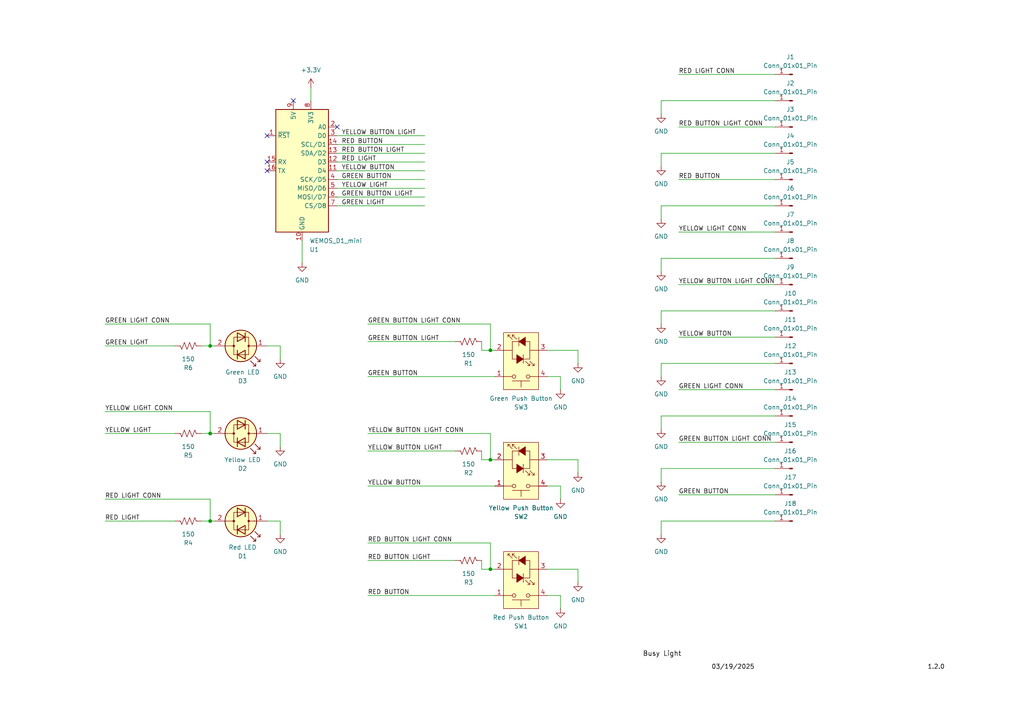
<source format=kicad_sch>
(kicad_sch (version 20250114) (generator "eeschema") (generator_version "9.0")
  (paper "A4")
  (lib_symbols
    (symbol "Connector:Conn_01x01_Pin" (pin_names (offset 1.016) (hide yes))
      (property "Reference" "J" (at 0 2.54 0))
      (property "Value" "Conn_01x01_Pin" (at 0 -2.54 0))
      (symbol "Conn_01x01_Pin_1_1"
        (rectangle (start 0.8636 0.127) (end 0 -0.127) (stroke (width 0.1524)) (fill (type outline)))
        (polyline (pts (xy 1.27 0) (xy 0.8636 0)) (stroke (width 0.1524)))
        (pin passive line (at 5.08 0 180) (length 3.81) (name "Pin_1") (number "1"))
      )
    )
    (symbol "Device:LED_Dual_Bidirectional" (pin_names (offset 0) (hide yes))
      (property "Reference" "D" (at 0 5.715 0))
      (property "Value" "LED_Dual_Bidirectional" (at 0 -6.35 0))
      (symbol "LED_Dual_Bidirectional_0_1"
        (polyline (pts (xy -4.572 0) (xy -2.54 0)))
        (circle (center -2.032 0) (radius 0.254) (fill (type outline)))
        (polyline (pts (xy -2.032 0) (xy -2.54 0)))
        (polyline (pts (xy -1.016 3.81) (xy -1.016 1.27)) (stroke (width 0.254)))
        (polyline (pts (xy -1.016 -1.27) (xy -1.016 -3.81) (xy 1.27 -2.54) (xy -1.016 -1.27)) (stroke (width 0.254)))
        (circle (center 0 0) (radius 4.572) (stroke (width 0.254)) (fill (type background)))
        (polyline (pts (xy 1.27 3.81) (xy 1.27 1.27) (xy -1.016 2.54) (xy 1.27 3.81)) (stroke (width 0.254)))
        (polyline (pts (xy 1.27 -1.27) (xy 1.27 -3.81)) (stroke (width 0.254)))
        (polyline (pts (xy 2.286 2.54) (xy -2.032 2.54) (xy -2.032 -2.54) (xy 2.286 -2.54) (xy 2.286 2.54)))
        (circle (center 2.286 0) (radius 0.254) (fill (type outline)))
        (polyline (pts (xy 2.794 4.318) (xy 4.318 5.842) (xy 3.556 5.842)) (stroke (width 0.2032)))
        (polyline (pts (xy 4.064 3.048) (xy 5.588 4.572) (xy 4.826 4.572)) (stroke (width 0.2032)))
        (polyline (pts (xy 4.064 0) (xy 2.286 0)) (fill (type outline)))
        (polyline (pts (xy 4.318 5.842) (xy 4.318 5.08)) (stroke (width 0.2032)))
        (polyline (pts (xy 5.588 4.572) (xy 5.588 3.81)) (stroke (width 0.2032)))
      )
      (symbol "LED_Dual_Bidirectional_1_1"
        (pin input line (at -7.62 0 0) (length 3.048) (name "AK") (number "2"))
        (pin input line (at 7.62 0 180) (length 3.81) (name "KA") (number "1"))
      )
    )
    (symbol "Device:R_US" (pin_numbers (hide yes)) (pin_names (offset 0))
      (property "Reference" "R" (at 2.54 0 90))
      (property "Value" "R_US" (at -2.54 0 90))
      (symbol "R_US_0_1"
        (polyline (pts (xy 0 2.286) (xy 0 2.54)))
        (polyline (pts (xy 0 2.286) (xy 1.016 1.905) (xy 0 1.524) (xy -1.016 1.143) (xy 0 0.762)))
        (polyline (pts (xy 0 0.762) (xy 1.016 0.381) (xy 0 0) (xy -1.016 -0.381) (xy 0 -0.762)))
        (polyline (pts (xy 0 -0.762) (xy 1.016 -1.143) (xy 0 -1.524) (xy -1.016 -1.905) (xy 0 -2.286)))
        (polyline (pts (xy 0 -2.286) (xy 0 -2.54)))
      )
      (symbol "R_US_1_1"
        (pin passive line (at 0 3.81 270) (length 1.27) (name "~") (number "1"))
        (pin passive line (at 0 -3.81 90) (length 1.27) (name "~") (number "2"))
      )
    )
    (symbol "RF_Module:WEMOS_D1_mini"
      (property "Reference" "U" (at 3.81 19.05 0))
      (property "Value" "WEMOS_D1_mini" (at 1.27 -19.05 0))
      (symbol "WEMOS_D1_mini_1_1"
        (rectangle (start -7.62 17.78) (end 7.62 -17.78) (stroke (width 0.254)) (fill (type background)))
        (pin input line (at -10.16 10.16 0) (length 2.54) (name "~{RST}") (number "1"))
        (pin input line (at -10.16 2.54 0) (length 2.54) (name "RX") (number "15"))
        (pin output line (at -10.16 0 0) (length 2.54) (name "TX") (number "16"))
        (pin power_in line (at -2.54 20.32 270) (length 2.54) (name "5V") (number "9"))
        (pin power_in line (at 0 -20.32 90) (length 2.54) (name "GND") (number "10"))
        (pin power_out line (at 2.54 20.32 270) (length 2.54) (name "3V3") (number "8"))
        (pin input line (at 10.16 12.7 180) (length 2.54) (name "A0") (number "2"))
        (pin bidirectional line (at 10.16 10.16 180) (length 2.54) (name "D0") (number "3"))
        (pin bidirectional line (at 10.16 7.62 180) (length 2.54) (name "SCL/D1") (number "14"))
        (pin bidirectional line (at 10.16 5.08 180) (length 2.54) (name "SDA/D2") (number "13"))
        (pin bidirectional line (at 10.16 2.54 180) (length 2.54) (name "D3") (number "12"))
        (pin bidirectional line (at 10.16 0 180) (length 2.54) (name "D4") (number "11"))
        (pin bidirectional line (at 10.16 -2.54 180) (length 2.54) (name "SCK/D5") (number "4"))
        (pin bidirectional line (at 10.16 -5.08 180) (length 2.54) (name "MISO/D6") (number "5"))
        (pin bidirectional line (at 10.16 -7.62 180) (length 2.54) (name "MOSI/D7") (number "6"))
        (pin bidirectional line (at 10.16 -10.16 180) (length 2.54) (name "CS/D8") (number "7"))
      )
    )
    (symbol "Switch:SW_MEC_5G_2LED" (pin_names (offset 1.016) (hide yes))
      (property "Reference" "SW" (at 0 10.16 0))
      (property "Value" "SW_MEC_5G_2LED" (at 0 -8.89 0))
      (symbol "SW_MEC_5G_2LED_0_0"
        (polyline (pts (xy -5.08 5.08) (xy -2.54 5.08)))
        (polyline (pts (xy -5.08 -2.54) (xy -2.54 -2.54)))
        (polyline (pts (xy -3.81 -6.35) (xy -3.81 -6.985) (xy -3.175 -6.985)))
        (polyline (pts (xy -3.81 -6.985) (xy -2.54 -5.715)))
        (polyline (pts (xy -2.54 0) (xy -2.54 -5.08)))
        (polyline (pts (xy -2.54 -5.08) (xy 2.54 -5.08)))
        (polyline (pts (xy -2.54 -6.35) (xy -2.54 -6.985) (xy -1.905 -6.985)))
        (polyline (pts (xy -2.54 -6.985) (xy -1.27 -5.715)))
        (polyline (pts (xy -0.635 -3.81) (xy -0.635 -6.35)))
        (polyline (pts (xy -0.635 -5.08) (xy 1.27 -3.81) (xy 1.27 -6.35) (xy -0.635 -5.08)) (fill (type outline)))
        (polyline (pts (xy 0.635 1.27) (xy 0.635 -1.27)))
        (polyline (pts (xy 0.635 0) (xy -1.27 1.27) (xy -1.27 -1.27) (xy 0.635 0)) (fill (type outline)))
        (polyline (pts (xy 2.54 5.08) (xy 5.08 5.08)))
        (polyline (pts (xy 2.54 1.905) (xy 1.27 0.635)))
        (polyline (pts (xy 2.54 1.27) (xy 2.54 1.905) (xy 1.905 1.905)))
        (polyline (pts (xy 2.54 0) (xy -2.54 0)))
        (polyline (pts (xy 2.54 0) (xy 2.54 -5.08)))
        (polyline (pts (xy 3.81 1.905) (xy 2.54 0.635)))
        (polyline (pts (xy 3.81 1.27) (xy 3.81 1.905) (xy 3.175 1.905)))
        (polyline (pts (xy 5.08 -2.54) (xy 2.54 -2.54)))
      )
      (symbol "SW_MEC_5G_2LED_0_1"
        (circle (center -2.032 5.08) (radius 0.508))
        (polyline (pts (xy 0 6.35) (xy 0 8.128)))
        (circle (center 2.032 5.08) (radius 0.508))
        (polyline (pts (xy 2.54 6.35) (xy -2.54 6.35)))
        (pin passive line (at -7.62 5.08 0) (length 2.54) (name "1") (number "1"))
        (pin passive line (at -7.62 -2.54 0) (length 2.54) (name "2") (number "2"))
        (pin passive line (at 7.62 5.08 180) (length 2.54) (name "A") (number "4"))
        (pin passive line (at 7.62 -2.54 180) (length 2.54) (name "K") (number "3"))
      )
      (symbol "SW_MEC_5G_2LED_1_1"
        (rectangle (start -5.08 8.89) (end 5.08 -7.62) (fill (type background)))
      )
    )
    (symbol "power:+3.3V" (power) (pin_numbers (hide yes)) (pin_names (offset 0) (hide yes))
      (property "Value" "+3.3V" (at 0 3.556 0))
      (symbol "+3.3V_0_1"
        (polyline (pts (xy -0.762 1.27) (xy 0 2.54)))
        (polyline (pts (xy 0 2.54) (xy 0.762 1.27)))
        (polyline (pts (xy 0 0) (xy 0 2.54)))
      )
      (symbol "+3.3V_1_1"
        (pin power_in line (at 0 0 90) (length 0) (name "~") (number "1"))
      )
    )
    (symbol "power:GND" (power) (pin_numbers (hide yes)) (pin_names (offset 0) (hide yes))
      (property "Value" "GND" (at 0 -3.81 0))
      (symbol "GND_0_1"
        (polyline (pts (xy 0 0) (xy 0 -1.27) (xy 1.27 -1.27) (xy 0 -2.54) (xy -1.27 -1.27) (xy 0 -1.27)))
      )
      (symbol "GND_1_1"
        (pin power_in line (at 0 0 270) (length 0) (name "~") (number "1"))
      )
    )
  )
  (text "03/19/2025" (at 212.598 193.548 0) (effects (font (size 1.27 1.27))))
  (text "Busy Light" (at 192.024 189.738 0) (effects (font (size 1.397 1.397))))
  (text "1.2.0" (at 271.526 193.548 0) (effects (font (size 1.27 1.27))))
  (junction (at 60.96 125.73))
  (junction (at 142.24 165.1))
  (junction (at 60.96 151.13))
  (junction (at 60.96 100.33))
  (junction (at 142.24 133.35))
  (junction (at 142.24 101.6))
  (no_connect (at 85.09 29.21))
  (no_connect (at 77.47 46.99))
  (no_connect (at 97.79 36.83))
  (no_connect (at 77.47 49.53))
  (no_connect (at 77.47 39.37))
  (wire (pts (xy 30.48 119.38) (xy 60.96 119.38)))
  (wire (pts (xy 60.96 125.73) (xy 60.96 119.38)))
  (wire (pts (xy 60.96 151.13) (xy 60.96 144.78)))
  (wire (pts (xy 106.68 99.06) (xy 132.08 99.06)))
  (wire (pts (xy 58.42 125.73) (xy 60.96 125.73)))
  (wire (pts (xy 60.96 151.13) (xy 62.23 151.13)))
  (wire (pts (xy 139.7 162.56) (xy 139.7 165.1)))
  (wire (pts (xy 142.24 133.35) (xy 143.51 133.35)))
  (wire (pts (xy 97.79 46.99) (xy 123.19 46.99)))
  (wire (pts (xy 162.56 172.72) (xy 162.56 176.53)))
  (wire (pts (xy 139.7 130.81) (xy 139.7 133.35)))
  (wire (pts (xy 97.79 54.61) (xy 123.19 54.61)))
  (wire (pts (xy 106.68 172.72) (xy 143.51 172.72)))
  (wire (pts (xy 191.77 90.17) (xy 224.79 90.17)))
  (wire (pts (xy 191.77 74.93) (xy 224.79 74.93)))
  (wire (pts (xy 81.28 100.33) (xy 81.28 104.14)))
  (wire (pts (xy 191.77 151.13) (xy 191.77 154.94)))
  (wire (pts (xy 106.68 109.22) (xy 143.51 109.22)))
  (wire (pts (xy 60.96 100.33) (xy 62.23 100.33)))
  (wire (pts (xy 196.85 21.59) (xy 224.79 21.59)))
  (wire (pts (xy 81.28 151.13) (xy 81.28 154.94)))
  (wire (pts (xy 158.75 172.72) (xy 162.56 172.72)))
  (wire (pts (xy 77.47 100.33) (xy 81.28 100.33)))
  (wire (pts (xy 162.56 140.97) (xy 162.56 144.78)))
  (wire (pts (xy 158.75 140.97) (xy 162.56 140.97)))
  (wire (pts (xy 191.77 120.65) (xy 224.79 120.65)))
  (wire (pts (xy 97.79 41.91) (xy 123.19 41.91)))
  (wire (pts (xy 162.56 109.22) (xy 162.56 113.03)))
  (wire (pts (xy 142.24 165.1) (xy 142.24 157.48)))
  (wire (pts (xy 196.85 67.31) (xy 224.79 67.31)))
  (wire (pts (xy 58.42 151.13) (xy 60.96 151.13)))
  (wire (pts (xy 30.48 151.13) (xy 50.8 151.13)))
  (wire (pts (xy 58.42 100.33) (xy 60.96 100.33)))
  (wire (pts (xy 106.68 157.48) (xy 142.24 157.48)))
  (wire (pts (xy 142.24 101.6) (xy 142.24 93.98)))
  (wire (pts (xy 191.77 135.89) (xy 224.79 135.89)))
  (wire (pts (xy 191.77 29.21) (xy 224.79 29.21)))
  (wire (pts (xy 191.77 74.93) (xy 191.77 78.74)))
  (wire (pts (xy 87.63 69.85) (xy 87.63 76.2)))
  (wire (pts (xy 139.7 133.35) (xy 142.24 133.35)))
  (wire (pts (xy 30.48 125.73) (xy 50.8 125.73)))
  (wire (pts (xy 60.96 100.33) (xy 60.96 93.98)))
  (wire (pts (xy 167.64 165.1) (xy 167.64 168.91)))
  (wire (pts (xy 191.77 151.13) (xy 224.79 151.13)))
  (wire (pts (xy 142.24 101.6) (xy 143.51 101.6)))
  (wire (pts (xy 97.79 59.69) (xy 123.19 59.69)))
  (wire (pts (xy 191.77 105.41) (xy 191.77 109.22)))
  (wire (pts (xy 142.24 165.1) (xy 143.51 165.1)))
  (wire (pts (xy 191.77 90.17) (xy 191.77 93.98)))
  (wire (pts (xy 167.64 101.6) (xy 167.64 105.41)))
  (wire (pts (xy 191.77 59.69) (xy 224.79 59.69)))
  (wire (pts (xy 196.85 143.51) (xy 224.79 143.51)))
  (wire (pts (xy 191.77 44.45) (xy 191.77 48.26)))
  (wire (pts (xy 196.85 52.07) (xy 224.79 52.07)))
  (wire (pts (xy 139.7 99.06) (xy 139.7 101.6)))
  (wire (pts (xy 191.77 105.41) (xy 224.79 105.41)))
  (wire (pts (xy 30.48 100.33) (xy 50.8 100.33)))
  (wire (pts (xy 97.79 52.07) (xy 123.19 52.07)))
  (wire (pts (xy 142.24 133.35) (xy 142.24 125.73)))
  (wire (pts (xy 106.68 130.81) (xy 132.08 130.81)))
  (wire (pts (xy 60.96 125.73) (xy 62.23 125.73)))
  (wire (pts (xy 139.7 165.1) (xy 142.24 165.1)))
  (wire (pts (xy 97.79 49.53) (xy 123.19 49.53)))
  (wire (pts (xy 196.85 36.83) (xy 224.79 36.83)))
  (wire (pts (xy 158.75 165.1) (xy 167.64 165.1)))
  (wire (pts (xy 158.75 101.6) (xy 167.64 101.6)))
  (wire (pts (xy 196.85 97.79) (xy 224.79 97.79)))
  (wire (pts (xy 158.75 133.35) (xy 167.64 133.35)))
  (wire (pts (xy 158.75 109.22) (xy 162.56 109.22)))
  (wire (pts (xy 30.48 144.78) (xy 60.96 144.78)))
  (wire (pts (xy 97.79 39.37) (xy 123.19 39.37)))
  (wire (pts (xy 191.77 135.89) (xy 191.77 139.7)))
  (wire (pts (xy 81.28 125.73) (xy 81.28 129.54)))
  (wire (pts (xy 196.85 128.27) (xy 224.79 128.27)))
  (wire (pts (xy 30.48 93.98) (xy 60.96 93.98)))
  (wire (pts (xy 139.7 101.6) (xy 142.24 101.6)))
  (wire (pts (xy 191.77 120.65) (xy 191.77 124.46)))
  (wire (pts (xy 97.79 44.45) (xy 123.19 44.45)))
  (wire (pts (xy 97.79 57.15) (xy 123.19 57.15)))
  (wire (pts (xy 196.85 113.03) (xy 224.79 113.03)))
  (wire (pts (xy 196.85 82.55) (xy 224.79 82.55)))
  (wire (pts (xy 77.47 151.13) (xy 81.28 151.13)))
  (wire (pts (xy 77.47 125.73) (xy 81.28 125.73)))
  (wire (pts (xy 90.17 25.4) (xy 90.17 29.21)))
  (wire (pts (xy 106.68 93.98) (xy 142.24 93.98)))
  (wire (pts (xy 191.77 59.69) (xy 191.77 63.5)))
  (wire (pts (xy 167.64 133.35) (xy 167.64 137.16)))
  (wire (pts (xy 106.68 125.73) (xy 142.24 125.73)))
  (wire (pts (xy 106.68 162.56) (xy 132.08 162.56)))
  (wire (pts (xy 191.77 29.21) (xy 191.77 33.02)))
  (wire (pts (xy 191.77 44.45) (xy 224.79 44.45)))
  (wire (pts (xy 106.68 140.97) (xy 143.51 140.97)))
  (label "YELLOW LIGHT CONN" (at 30.48 119.38 0))
  (label "YELLOW LIGHT" (at 99.06 54.61 0))
  (label "YELLOW BUTTON LIGHT CONN" (at 106.68 125.73 0))
  (label "YELLOW BUTTON" (at 196.85 97.79 0))
  (label "GREEN LIGHT CONN" (at 196.85 113.03 0))
  (label "RED BUTTON LIGHT" (at 106.68 162.56 0))
  (label "RED LIGHT" (at 30.48 151.13 0))
  (label "YELLOW BUTTON" (at 106.68 140.97 0))
  (label "GREEN BUTTON LIGHT" (at 106.68 99.06 0))
  (label "RED BUTTON" (at 196.85 52.07 0))
  (label "YELLOW BUTTON LIGHT CONN" (at 196.85 82.55 0))
  (label "GREEN BUTTON" (at 196.85 143.51 0))
  (label "GREEN BUTTON" (at 106.68 109.22 0))
  (label "RED LIGHT CONN" (at 196.85 21.59 0))
  (label "RED BUTTON LIGHT CONN" (at 196.85 36.83 0))
  (label "YELLOW LIGHT" (at 30.48 125.73 0))
  (label "GREEN BUTTON LIGHT" (at 99.06 57.15 0))
  (label "YELLOW BUTTON LIGHT" (at 106.68 130.81 0))
  (label "GREEN BUTTON" (at 99.06 52.07 0))
  (label "GREEN LIGHT CONN" (at 30.48 93.98 0))
  (label "RED BUTTON" (at 99.06 41.91 0))
  (label "GREEN LIGHT" (at 30.48 100.33 0))
  (label "RED BUTTON" (at 106.68 172.72 0))
  (label "GREEN BUTTON LIGHT CONN" (at 106.68 93.98 0))
  (label "RED LIGHT CONN" (at 30.48 144.78 0))
  (label "RED BUTTON LIGHT" (at 99.06 44.45 0))
  (label "RED BUTTON LIGHT CONN" (at 106.68 157.48 0))
  (label "YELLOW BUTTON" (at 99.06 49.53 0))
  (label "YELLOW BUTTON LIGHT" (at 99.06 39.37 0))
  (label "RED LIGHT" (at 99.06 46.99 0))
  (label "YELLOW LIGHT CONN" (at 196.85 67.31 0))
  (label "GREEN BUTTON LIGHT CONN" (at 196.85 128.27 0))
  (label "GREEN LIGHT" (at 99.06 59.69 0))
  (symbol (lib_id "Device:LED_Dual_Bidirectional") (at 69.85 151.13 0) (mirror x) (unit 1) (on_board no)
    (property "Reference" "D1" (at 70.3453 161.29 0))
    (property "Value" "Red LED" (at 70.3453 158.75 0))
    (property "Footprint" "TerminalBlock_Phoenix:TerminalBlock_Phoenix_MKDS-1,5-6-5.08_1x06_P5.08mm_Horizontal" (effects (hide yes)))
    (property "Description" "Dual LED, bidirectional" (effects (hide yes)))
  )
  (symbol (lib_id "power:GND") (at 87.63 76.2 0) (unit 1)
    (property "Reference" "#PWR02" (effects (hide yes)))
    (property "Value" "GND" (at 87.63 81.28 0))
    (property "Description" "Power symbol creates a global label with name \"GND\" , ground" (effects (hide yes)))
  )
  (symbol (lib_id "power:GND") (at 191.77 78.74 0) (unit 1)
    (property "Reference" "#PWR017" (effects (hide yes)))
    (property "Value" "GND" (at 191.77 83.82 0))
    (property "Description" "Power symbol creates a global label with name \"GND\" , ground" (effects (hide yes)))
  )
  (symbol (lib_id "Connector:Conn_01x01_Pin") (at 229.87 67.31 0) (mirror y) (unit 1)
    (property "Reference" "J7" (at 229.235 62.23 0))
    (property "Value" "Conn_01x01_Pin" (at 229.235 64.77 0))
    (property "Footprint" "Connector_Pin:Pin_D1.4mm_L8.5mm_W2.8mm_FlatFork" (effects (hide yes)))
    (property "Description" "Generic connector, single row, 01x01, script generated" (effects (hide yes)))
  )
  (symbol (lib_id "Device:R_US") (at 135.89 99.06 90) (mirror x) (unit 1)
    (property "Reference" "R1" (at 135.89 105.41 90))
    (property "Value" "150" (at 135.89 102.87 90))
    (property "Footprint" "Resistor_SMD:R_0603_1608Metric_Pad0.98x0.95mm_HandSolder" (effects (hide yes)))
    (property "Description" "Resistor, US symbol" (effects (hide yes)))
  )
  (symbol (lib_id "Connector:Conn_01x01_Pin") (at 229.87 105.41 0) (mirror y) (unit 1)
    (property "Reference" "J12" (at 229.235 100.33 0))
    (property "Value" "Conn_01x01_Pin" (at 229.235 102.87 0))
    (property "Footprint" "Connector_Pin:Pin_D1.4mm_L8.5mm_W2.8mm_FlatFork" (effects (hide yes)))
    (property "Description" "Generic connector, single row, 01x01, script generated" (effects (hide yes)))
  )
  (symbol (lib_id "power:GND") (at 162.56 144.78 0) (unit 1)
    (property "Reference" "#PWR08" (effects (hide yes)))
    (property "Value" "GND" (at 162.56 149.86 0))
    (property "Description" "Power symbol creates a global label with name \"GND\" , ground" (effects (hide yes)))
  )
  (symbol (lib_id "Switch:SW_MEC_5G_2LED") (at 151.13 104.14 0) (mirror x) (unit 1) (on_board no)
    (property "Reference" "SW3" (at 151.13 118.11 0))
    (property "Value" "Green Push Button" (at 151.13 115.57 0))
    (property "Footprint" "TerminalBlock_Phoenix:TerminalBlock_Phoenix_MKDS-1,5-6-5.08_1x06_P5.08mm_Horizontal" (effects (hide yes)))
    (property "Datasheet" "http://www.apem.com/int/index.php?controller=attachment&id_attachment=488" (effects (hide yes)))
    (property "Description" "MEC 5G single pole normally-open illuminated tactile switch with two LEDs" (effects (hide yes)))
  )
  (symbol (lib_id "power:GND") (at 167.64 137.16 0) (unit 1)
    (property "Reference" "#PWR09" (effects (hide yes)))
    (property "Value" "GND" (at 167.64 142.24 0))
    (property "Description" "Power symbol creates a global label with name \"GND\" , ground" (effects (hide yes)))
  )
  (symbol (lib_id "Connector:Conn_01x01_Pin") (at 229.87 59.69 0) (mirror y) (unit 1)
    (property "Reference" "J6" (at 229.235 54.61 0))
    (property "Value" "Conn_01x01_Pin" (at 229.235 57.15 0))
    (property "Footprint" "Connector_Pin:Pin_D1.4mm_L8.5mm_W2.8mm_FlatFork" (effects (hide yes)))
    (property "Description" "Generic connector, single row, 01x01, script generated" (effects (hide yes)))
  )
  (symbol (lib_id "Device:R_US") (at 54.61 125.73 90) (mirror x) (unit 1)
    (property "Reference" "R5" (at 54.61 132.08 90))
    (property "Value" "150" (at 54.61 129.54 90))
    (property "Footprint" "Resistor_SMD:R_0603_1608Metric_Pad0.98x0.95mm_HandSolder" (effects (hide yes)))
    (property "Description" "Resistor, US symbol" (effects (hide yes)))
  )
  (symbol (lib_id "Switch:SW_MEC_5G_2LED") (at 151.13 167.64 0) (mirror x) (unit 1) (on_board no)
    (property "Reference" "SW1" (at 151.13 181.61 0))
    (property "Value" "Red Push Button" (at 151.13 179.07 0))
    (property "Footprint" "TerminalBlock_Phoenix:TerminalBlock_Phoenix_MKDS-1,5-6-5.08_1x06_P5.08mm_Horizontal" (effects (hide yes)))
    (property "Datasheet" "http://www.apem.com/int/index.php?controller=attachment&id_attachment=488" (effects (hide yes)))
    (property "Description" "MEC 5G single pole normally-open illuminated tactile switch with two LEDs" (effects (hide yes)))
  )
  (symbol (lib_id "power:GND") (at 191.77 93.98 0) (unit 1)
    (property "Reference" "#PWR018" (effects (hide yes)))
    (property "Value" "GND" (at 191.77 99.06 0))
    (property "Description" "Power symbol creates a global label with name \"GND\" , ground" (effects (hide yes)))
  )
  (symbol (lib_id "power:GND") (at 191.77 33.02 0) (unit 1)
    (property "Reference" "#PWR013" (effects (hide yes)))
    (property "Value" "GND" (at 191.77 38.1 0))
    (property "Description" "Power symbol creates a global label with name \"GND\" , ground" (effects (hide yes)))
  )
  (symbol (lib_id "power:+3.3V") (at 90.17 25.4 0) (unit 1)
    (property "Reference" "#PWR01" (effects (hide yes)))
    (property "Value" "+3.3V" (at 90.17 20.32 0))
    (property "Description" "Power symbol creates a global label with name \"+3.3V\"" (effects (hide yes)))
  )
  (symbol (lib_id "Connector:Conn_01x01_Pin") (at 229.87 44.45 0) (mirror y) (unit 1)
    (property "Reference" "J4" (at 229.235 39.37 0))
    (property "Value" "Conn_01x01_Pin" (at 229.235 41.91 0))
    (property "Footprint" "Connector_Pin:Pin_D1.4mm_L8.5mm_W2.8mm_FlatFork" (effects (hide yes)))
    (property "Description" "Generic connector, single row, 01x01, script generated" (effects (hide yes)))
  )
  (symbol (lib_id "Connector:Conn_01x01_Pin") (at 229.87 36.83 0) (mirror y) (unit 1)
    (property "Reference" "J3" (at 229.235 31.75 0))
    (property "Value" "Conn_01x01_Pin" (at 229.235 34.29 0))
    (property "Footprint" "Connector_Pin:Pin_D1.4mm_L8.5mm_W2.8mm_FlatFork" (effects (hide yes)))
    (property "Description" "Generic connector, single row, 01x01, script generated" (effects (hide yes)))
  )
  (symbol (lib_id "power:GND") (at 81.28 154.94 0) (unit 1)
    (property "Reference" "#PWR05" (effects (hide yes)))
    (property "Value" "GND" (at 81.28 160.02 0))
    (property "Description" "Power symbol creates a global label with name \"GND\" , ground" (effects (hide yes)))
  )
  (symbol (lib_id "power:GND") (at 191.77 63.5 0) (unit 1)
    (property "Reference" "#PWR016" (effects (hide yes)))
    (property "Value" "GND" (at 191.77 68.58 0))
    (property "Description" "Power symbol creates a global label with name \"GND\" , ground" (effects (hide yes)))
  )
  (symbol (lib_id "power:GND") (at 191.77 139.7 0) (unit 1)
    (property "Reference" "#PWR021" (effects (hide yes)))
    (property "Value" "GND" (at 191.77 144.78 0))
    (property "Description" "Power symbol creates a global label with name \"GND\" , ground" (effects (hide yes)))
  )
  (symbol (lib_id "Connector:Conn_01x01_Pin") (at 229.87 74.93 0) (mirror y) (unit 1)
    (property "Reference" "J8" (at 229.235 69.85 0))
    (property "Value" "Conn_01x01_Pin" (at 229.235 72.39 0))
    (property "Footprint" "Connector_Pin:Pin_D1.4mm_L8.5mm_W2.8mm_FlatFork" (effects (hide yes)))
    (property "Description" "Generic connector, single row, 01x01, script generated" (effects (hide yes)))
  )
  (symbol (lib_id "power:GND") (at 191.77 124.46 0) (unit 1)
    (property "Reference" "#PWR020" (effects (hide yes)))
    (property "Value" "GND" (at 191.77 129.54 0))
    (property "Description" "Power symbol creates a global label with name \"GND\" , ground" (effects (hide yes)))
  )
  (symbol (lib_id "power:GND") (at 191.77 48.26 0) (unit 1)
    (property "Reference" "#PWR015" (effects (hide yes)))
    (property "Value" "GND" (at 191.77 53.34 0))
    (property "Description" "Power symbol creates a global label with name \"GND\" , ground" (effects (hide yes)))
  )
  (symbol (lib_id "Device:R_US") (at 135.89 162.56 90) (mirror x) (unit 1)
    (property "Reference" "R3" (at 135.89 168.91 90))
    (property "Value" "150" (at 135.89 166.37 90))
    (property "Footprint" "Resistor_SMD:R_0603_1608Metric_Pad0.98x0.95mm_HandSolder" (effects (hide yes)))
    (property "Description" "Resistor, US symbol" (effects (hide yes)))
  )
  (symbol (lib_id "Connector:Conn_01x01_Pin") (at 229.87 113.03 0) (mirror y) (unit 1)
    (property "Reference" "J13" (at 229.235 107.95 0))
    (property "Value" "Conn_01x01_Pin" (at 229.235 110.49 0))
    (property "Footprint" "Connector_Pin:Pin_D1.4mm_L8.5mm_W2.8mm_FlatFork" (effects (hide yes)))
    (property "Description" "Generic connector, single row, 01x01, script generated" (effects (hide yes)))
  )
  (symbol (lib_id "Connector:Conn_01x01_Pin") (at 229.87 151.13 0) (mirror y) (unit 1)
    (property "Reference" "J18" (at 229.235 146.05 0))
    (property "Value" "Conn_01x01_Pin" (at 229.235 148.59 0))
    (property "Footprint" "Connector_Pin:Pin_D1.4mm_L8.5mm_W2.8mm_FlatFork" (effects (hide yes)))
    (property "Description" "Generic connector, single row, 01x01, script generated" (effects (hide yes)))
  )
  (symbol (lib_id "Connector:Conn_01x01_Pin") (at 229.87 21.59 0) (mirror y) (unit 1)
    (property "Reference" "J1" (at 229.235 16.51 0))
    (property "Value" "Conn_01x01_Pin" (at 229.235 19.05 0))
    (property "Footprint" "Connector_Pin:Pin_D1.4mm_L8.5mm_W2.8mm_FlatFork" (effects (hide yes)))
    (property "Description" "Generic connector, single row, 01x01, script generated" (effects (hide yes)))
  )
  (symbol (lib_id "Device:R_US") (at 54.61 100.33 90) (mirror x) (unit 1)
    (property "Reference" "R6" (at 54.61 106.68 90))
    (property "Value" "150" (at 54.61 104.14 90))
    (property "Footprint" "Resistor_SMD:R_0603_1608Metric_Pad0.98x0.95mm_HandSolder" (effects (hide yes)))
    (property "Description" "Resistor, US symbol" (effects (hide yes)))
  )
  (symbol (lib_id "Connector:Conn_01x01_Pin") (at 229.87 97.79 0) (mirror y) (unit 1)
    (property "Reference" "J11" (at 229.235 92.71 0))
    (property "Value" "Conn_01x01_Pin" (at 229.235 95.25 0))
    (property "Footprint" "Connector_Pin:Pin_D1.4mm_L8.5mm_W2.8mm_FlatFork" (effects (hide yes)))
    (property "Description" "Generic connector, single row, 01x01, script generated" (effects (hide yes)))
  )
  (symbol (lib_id "Connector:Conn_01x01_Pin") (at 229.87 128.27 0) (mirror y) (unit 1)
    (property "Reference" "J15" (at 229.235 123.19 0))
    (property "Value" "Conn_01x01_Pin" (at 229.235 125.73 0))
    (property "Footprint" "Connector_Pin:Pin_D1.4mm_L8.5mm_W2.8mm_FlatFork" (effects (hide yes)))
    (property "Description" "Generic connector, single row, 01x01, script generated" (effects (hide yes)))
  )
  (symbol (lib_id "Device:R_US") (at 135.89 130.81 90) (mirror x) (unit 1)
    (property "Reference" "R2" (at 135.89 137.16 90))
    (property "Value" "150" (at 135.89 134.62 90))
    (property "Footprint" "Resistor_SMD:R_0603_1608Metric_Pad0.98x0.95mm_HandSolder" (effects (hide yes)))
    (property "Description" "Resistor, US symbol" (effects (hide yes)))
  )
  (symbol (lib_id "power:GND") (at 167.64 168.91 0) (unit 1)
    (property "Reference" "#PWR07" (effects (hide yes)))
    (property "Value" "GND" (at 167.64 173.99 0))
    (property "Description" "Power symbol creates a global label with name \"GND\" , ground" (effects (hide yes)))
  )
  (symbol (lib_id "Device:LED_Dual_Bidirectional") (at 69.85 125.73 0) (mirror x) (unit 1) (on_board no)
    (property "Reference" "D2" (at 70.3453 135.89 0))
    (property "Value" "Yellow LED" (at 70.3453 133.35 0))
    (property "Footprint" "TerminalBlock_Phoenix:TerminalBlock_Phoenix_MKDS-1,5-6-5.08_1x06_P5.08mm_Horizontal" (effects (hide yes)))
    (property "Description" "Dual LED, bidirectional" (effects (hide yes)))
  )
  (symbol (lib_id "RF_Module:WEMOS_D1_mini") (at 87.63 49.53 0) (unit 1)
    (property "Reference" "U1" (at 89.7733 72.39 0) (effects (justify left)))
    (property "Value" "WEMOS_D1_mini" (at 89.7733 69.85 0) (effects (justify left)))
    (property "Footprint" "RF_Module:WEMOS_D1_mini_light" (effects (hide yes)))
    (property "Datasheet" "https://wiki.wemos.cc/products:d1:d1_mini#documentation" (effects (hide yes)))
    (property "Description" "32-bit microcontroller module with WiFi" (effects (hide yes)))
  )
  (symbol (lib_id "power:GND") (at 81.28 129.54 0) (unit 1)
    (property "Reference" "#PWR04" (effects (hide yes)))
    (property "Value" "GND" (at 81.28 134.62 0))
    (property "Description" "Power symbol creates a global label with name \"GND\" , ground" (effects (hide yes)))
  )
  (symbol (lib_id "power:GND") (at 81.28 104.14 0) (unit 1)
    (property "Reference" "#PWR03" (effects (hide yes)))
    (property "Value" "GND" (at 81.28 109.22 0))
    (property "Description" "Power symbol creates a global label with name \"GND\" , ground" (effects (hide yes)))
  )
  (symbol (lib_id "power:GND") (at 191.77 154.94 0) (unit 1)
    (property "Reference" "#PWR022" (effects (hide yes)))
    (property "Value" "GND" (at 191.77 160.02 0))
    (property "Description" "Power symbol creates a global label with name \"GND\" , ground" (effects (hide yes)))
  )
  (symbol (lib_id "Connector:Conn_01x01_Pin") (at 229.87 143.51 0) (mirror y) (unit 1)
    (property "Reference" "J17" (at 229.235 138.43 0))
    (property "Value" "Conn_01x01_Pin" (at 229.235 140.97 0))
    (property "Footprint" "Connector_Pin:Pin_D1.4mm_L8.5mm_W2.8mm_FlatFork" (effects (hide yes)))
    (property "Description" "Generic connector, single row, 01x01, script generated" (effects (hide yes)))
  )
  (symbol (lib_id "power:GND") (at 167.64 105.41 0) (unit 1)
    (property "Reference" "#PWR011" (effects (hide yes)))
    (property "Value" "GND" (at 167.64 110.49 0))
    (property "Description" "Power symbol creates a global label with name \"GND\" , ground" (effects (hide yes)))
  )
  (symbol (lib_id "Switch:SW_MEC_5G_2LED") (at 151.13 135.89 0) (mirror x) (unit 1) (on_board no)
    (property "Reference" "SW2" (at 151.13 149.86 0))
    (property "Value" "Yellow Push Button" (at 151.13 147.32 0))
    (property "Footprint" "TerminalBlock_Phoenix:TerminalBlock_Phoenix_MKDS-1,5-6-5.08_1x06_P5.08mm_Horizontal" (effects (hide yes)))
    (property "Datasheet" "http://www.apem.com/int/index.php?controller=attachment&id_attachment=488" (effects (hide yes)))
    (property "Description" "MEC 5G single pole normally-open illuminated tactile switch with two LEDs" (effects (hide yes)))
  )
  (symbol (lib_id "Connector:Conn_01x01_Pin") (at 229.87 120.65 0) (mirror y) (unit 1)
    (property "Reference" "J14" (at 229.235 115.57 0))
    (property "Value" "Conn_01x01_Pin" (at 229.235 118.11 0))
    (property "Footprint" "Connector_Pin:Pin_D1.4mm_L8.5mm_W2.8mm_FlatFork" (effects (hide yes)))
    (property "Description" "Generic connector, single row, 01x01, script generated" (effects (hide yes)))
  )
  (symbol (lib_id "Connector:Conn_01x01_Pin") (at 229.87 82.55 0) (mirror y) (unit 1)
    (property "Reference" "J9" (at 229.235 77.47 0))
    (property "Value" "Conn_01x01_Pin" (at 229.235 80.01 0))
    (property "Footprint" "Connector_Pin:Pin_D1.4mm_L8.5mm_W2.8mm_FlatFork" (effects (hide yes)))
    (property "Description" "Generic connector, single row, 01x01, script generated" (effects (hide yes)))
  )
  (symbol (lib_id "power:GND") (at 191.77 109.22 0) (unit 1)
    (property "Reference" "#PWR019" (effects (hide yes)))
    (property "Value" "GND" (at 191.77 114.3 0))
    (property "Description" "Power symbol creates a global label with name \"GND\" , ground" (effects (hide yes)))
  )
  (symbol (lib_id "Connector:Conn_01x01_Pin") (at 229.87 52.07 0) (mirror y) (unit 1)
    (property "Reference" "J5" (at 229.235 46.99 0))
    (property "Value" "Conn_01x01_Pin" (at 229.235 49.53 0))
    (property "Footprint" "Connector_Pin:Pin_D1.4mm_L8.5mm_W2.8mm_FlatFork" (effects (hide yes)))
    (property "Description" "Generic connector, single row, 01x01, script generated" (effects (hide yes)))
  )
  (symbol (lib_id "Connector:Conn_01x01_Pin") (at 229.87 135.89 0) (mirror y) (unit 1)
    (property "Reference" "J16" (at 229.235 130.81 0))
    (property "Value" "Conn_01x01_Pin" (at 229.235 133.35 0))
    (property "Footprint" "Connector_Pin:Pin_D1.4mm_L8.5mm_W2.8mm_FlatFork" (effects (hide yes)))
    (property "Description" "Generic connector, single row, 01x01, script generated" (effects (hide yes)))
  )
  (symbol (lib_id "Connector:Conn_01x01_Pin") (at 229.87 29.21 0) (mirror y) (unit 1)
    (property "Reference" "J2" (at 229.235 24.13 0))
    (property "Value" "Conn_01x01_Pin" (at 229.235 26.67 0))
    (property "Footprint" "Connector_Pin:Pin_D1.4mm_L8.5mm_W2.8mm_FlatFork" (effects (hide yes)))
    (property "Description" "Generic connector, single row, 01x01, script generated" (effects (hide yes)))
  )
  (symbol (lib_id "power:GND") (at 162.56 113.03 0) (unit 1)
    (property "Reference" "#PWR010" (effects (hide yes)))
    (property "Value" "GND" (at 162.56 118.11 0))
    (property "Description" "Power symbol creates a global label with name \"GND\" , ground" (effects (hide yes)))
  )
  (symbol (lib_id "Device:LED_Dual_Bidirectional") (at 69.85 100.33 0) (mirror x) (unit 1) (on_board no)
    (property "Reference" "D3" (at 70.3453 110.49 0))
    (property "Value" "Green LED" (at 70.3453 107.95 0))
    (property "Footprint" "TerminalBlock_Phoenix:TerminalBlock_Phoenix_MKDS-1,5-6-5.08_1x06_P5.08mm_Horizontal" (effects (hide yes)))
    (property "Description" "Dual LED, bidirectional" (effects (hide yes)))
  )
  (symbol (lib_id "Connector:Conn_01x01_Pin") (at 229.87 90.17 0) (mirror y) (unit 1)
    (property "Reference" "J10" (at 229.235 85.09 0))
    (property "Value" "Conn_01x01_Pin" (at 229.235 87.63 0))
    (property "Footprint" "Connector_Pin:Pin_D1.4mm_L8.5mm_W2.8mm_FlatFork" (effects (hide yes)))
    (property "Description" "Generic connector, single row, 01x01, script generated" (effects (hide yes)))
  )
  (symbol (lib_id "Device:R_US") (at 54.61 151.13 90) (mirror x) (unit 1)
    (property "Reference" "R4" (at 54.61 157.48 90))
    (property "Value" "150" (at 54.61 154.94 90))
    (property "Footprint" "Resistor_SMD:R_0603_1608Metric_Pad0.98x0.95mm_HandSolder" (effects (hide yes)))
    (property "Description" "Resistor, US symbol" (effects (hide yes)))
  )
  (symbol (lib_id "power:GND") (at 162.56 176.53 0) (unit 1)
    (property "Reference" "#PWR06" (effects (hide yes)))
    (property "Value" "GND" (at 162.56 181.61 0))
    (property "Description" "Power symbol creates a global label with name \"GND\" , ground" (effects (hide yes)))
  )
)
</source>
